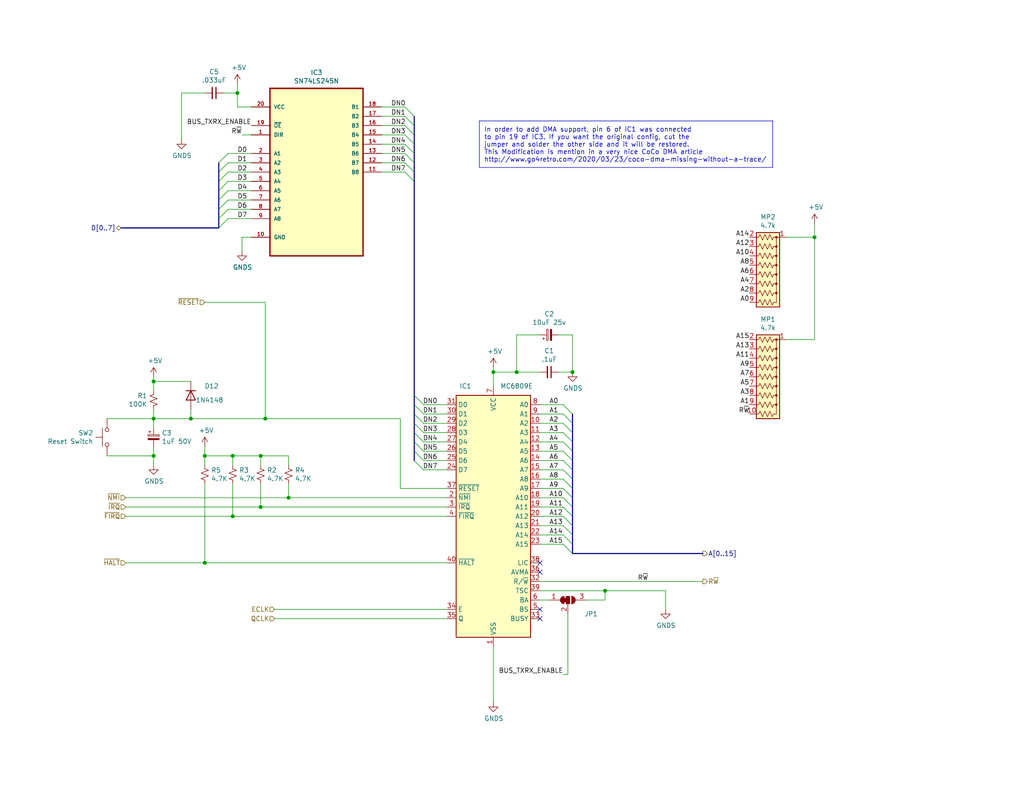
<source format=kicad_sch>
(kicad_sch (version 20230121) (generator eeschema)
  (paper "A")
  (title_block (title "TRS-80 Color Computer 3 (26-3334)") (date "2023-11-04") (rev "1.0.2") (company "Tandy Corporation") (comment 2 "& Color Computer 3 Revised Schematic (Ty Sopko).pdf") (comment 3 "Based on  Color Computer 3 Service Manual (Tandy).pdf") (comment 4 "Kicad schematic capture by Rocky Hill"))
  (lib_symbols
    (symbol "CPU_NXP_6800:MC6809E"
      (property "Reference" "U" (at -7.62 34.544 0))
      (property "Value" "MC6809E" (at 10.16 34.544 0))
      (symbol "MC6809E_0_1"
        (rectangle (start -10.16 -33.02) (end 10.16 33.02) (stroke (width 0.254)) (fill (type background)))
      )
      (symbol "MC6809E_1_1"
        (pin power_in line (at 0 -35.56 90) (length 2.54) (name "VSS") (number "1"))
        (pin output line (at 12.7 25.4 180) (length 2.54) (name "A2") (number "10"))
        (pin output line (at 12.7 22.86 180) (length 2.54) (name "A3") (number "11"))
        (pin output line (at 12.7 20.32 180) (length 2.54) (name "A4") (number "12"))
        (pin output line (at 12.7 17.78 180) (length 2.54) (name "A5") (number "13"))
        (pin output line (at 12.7 15.24 180) (length 2.54) (name "A6") (number "14"))
        (pin output line (at 12.7 12.7 180) (length 2.54) (name "A7") (number "15"))
        (pin output line (at 12.7 10.16 180) (length 2.54) (name "A8") (number "16"))
        (pin output line (at 12.7 7.62 180) (length 2.54) (name "A9") (number "17"))
        (pin output line (at 12.7 5.08 180) (length 2.54) (name "A10") (number "18"))
        (pin output line (at 12.7 2.54 180) (length 2.54) (name "A11") (number "19"))
        (pin input line (at -12.7 5.08 0) (length 2.54) (name "~{NMI}") (number "2"))
        (pin output line (at 12.7 0 180) (length 2.54) (name "A12") (number "20"))
        (pin output line (at 12.7 -2.54 180) (length 2.54) (name "A13") (number "21"))
        (pin output line (at 12.7 -5.08 180) (length 2.54) (name "A14") (number "22"))
        (pin output line (at 12.7 -7.62 180) (length 2.54) (name "A15") (number "23"))
        (pin bidirectional line (at -12.7 12.7 0) (length 2.54) (name "D7") (number "24"))
        (pin bidirectional line (at -12.7 15.24 0) (length 2.54) (name "D6") (number "25"))
        (pin bidirectional line (at -12.7 17.78 0) (length 2.54) (name "D5") (number "26"))
        (pin bidirectional line (at -12.7 20.32 0) (length 2.54) (name "D4") (number "27"))
        (pin bidirectional line (at -12.7 22.86 0) (length 2.54) (name "D3") (number "28"))
        (pin bidirectional line (at -12.7 25.4 0) (length 2.54) (name "D2") (number "29"))
        (pin input line (at -12.7 2.54 0) (length 2.54) (name "~{IRQ}") (number "3"))
        (pin bidirectional line (at -12.7 27.94 0) (length 2.54) (name "D1") (number "30"))
        (pin bidirectional line (at -12.7 30.48 0) (length 2.54) (name "D0") (number "31"))
        (pin output line (at 12.7 -17.78 180) (length 2.54) (name "R/~{W}") (number "32"))
        (pin output line (at 12.7 -27.94 180) (length 2.54) (name "BUSY") (number "33"))
        (pin input line (at -12.7 -25.4 0) (length 2.54) (name "E") (number "34"))
        (pin input line (at -12.7 -27.94 0) (length 2.54) (name "Q") (number "35"))
        (pin output line (at 12.7 -15.24 180) (length 2.54) (name "AVMA") (number "36"))
        (pin input line (at -12.7 7.62 0) (length 2.54) (name "~{RESET}") (number "37"))
        (pin output line (at 12.7 -12.7 180) (length 2.54) (name "LIC") (number "38"))
        (pin output line (at 12.7 -20.32 180) (length 2.54) (name "TSC") (number "39"))
        (pin input line (at -12.7 0 0) (length 2.54) (name "~{FIRQ}") (number "4"))
        (pin input line (at -12.7 -12.7 0) (length 2.54) (name "~{HALT}") (number "40"))
        (pin output line (at 12.7 -25.4 180) (length 2.54) (name "BS") (number "5"))
        (pin output line (at 12.7 -22.86 180) (length 2.54) (name "BA") (number "6"))
        (pin power_in line (at 0 35.56 270) (length 2.54) (name "VCC") (number "7"))
        (pin output line (at 12.7 30.48 180) (length 2.54) (name "A0") (number "8"))
        (pin output line (at 12.7 27.94 180) (length 2.54) (name "A1") (number "9"))
      )
    )
    (symbol "Device:C_Small" (pin_numbers hide) (pin_names (offset 0.254) hide)
      (property "Reference" "C" (at 0.254 1.778 0))
      (property "Value" "C_Small" (at 0.254 -2.032 0))
      (symbol "C_Small_0_1"
        (polyline (pts (xy -1.524 -0.508) (xy 1.524 -0.508)) (stroke (width 0.3302)))
        (polyline (pts (xy -1.524 0.508) (xy 1.524 0.508)) (stroke (width 0.3048)))
      )
      (symbol "C_Small_1_1"
        (pin passive line (at 0 2.54 270) (length 2.032) (name "~") (number "1"))
        (pin passive line (at 0 -2.54 90) (length 2.032) (name "~") (number "2"))
      )
    )
    (symbol "Device:R_Network08_US" (pin_names (offset 0) hide)
      (property "Reference" "RN" (at -12.7 0 90))
      (property "Value" "R_Network08_US" (at 10.16 0 90))
      (symbol "R_Network08_US_0_1"
        (rectangle (start -11.43 -3.175) (end 8.89 3.175) (stroke (width 0.254)) (fill (type background)))
        (circle (center -10.16 2.286) (radius 0.254) (fill (type outline)))
        (circle (center -7.62 2.286) (radius 0.254) (fill (type outline)))
        (circle (center -5.08 2.286) (radius 0.254) (fill (type outline)))
        (circle (center -2.54 2.286) (radius 0.254) (fill (type outline)))
        (polyline (pts (xy -10.16 2.286) (xy 7.62 2.286)))
        (polyline (pts (xy -10.16 2.286) (xy -10.16 1.524) (xy -9.398 1.1684) (xy -10.922 0.508) (xy -9.398 -0.1524) (xy -10.922 -0.8382) (xy -9.398 -1.524) (xy -10.922 -2.1844) (xy -10.16 -2.54) (xy -10.16 -3.81)))
        (polyline (pts (xy -7.62 2.286) (xy -7.62 1.524) (xy -6.858 1.1684) (xy -8.382 0.508) (xy -6.858 -0.1524) (xy -8.382 -0.8382) (xy -6.858 -1.524) (xy -8.382 -2.1844) (xy -7.62 -2.54) (xy -7.62 -3.81)))
        (polyline (pts (xy -5.08 2.286) (xy -5.08 1.524) (xy -4.318 1.1684) (xy -5.842 0.508) (xy -4.318 -0.1524) (xy -5.842 -0.8382) (xy -4.318 -1.524) (xy -5.842 -2.1844) (xy -5.08 -2.54) (xy -5.08 -3.81)))
        (polyline (pts (xy -2.54 2.286) (xy -2.54 1.524) (xy -1.778 1.1684) (xy -3.302 0.508) (xy -1.778 -0.1524) (xy -3.302 -0.8382) (xy -1.778 -1.524) (xy -3.302 -2.1844) (xy -2.54 -2.54) (xy -2.54 -3.81)))
        (polyline (pts (xy 0 2.286) (xy 0 1.524) (xy 0.762 1.1684) (xy -0.762 0.508) (xy 0.762 -0.1524) (xy -0.762 -0.8382) (xy 0.762 -1.524) (xy -0.762 -2.1844) (xy 0 -2.54) (xy 0 -3.81)))
        (polyline (pts (xy 2.54 2.286) (xy 2.54 1.524) (xy 3.302 1.1684) (xy 1.778 0.508) (xy 3.302 -0.1524) (xy 1.778 -0.8382) (xy 3.302 -1.524) (xy 1.778 -2.1844) (xy 2.54 -2.54) (xy 2.54 -3.81)))
        (polyline (pts (xy 5.08 2.286) (xy 5.08 1.524) (xy 5.842 1.1684) (xy 4.318 0.508) (xy 5.842 -0.1524) (xy 4.318 -0.8382) (xy 5.842 -1.524) (xy 4.318 -2.1844) (xy 5.08 -2.54) (xy 5.08 -3.81)))
        (polyline (pts (xy 7.62 2.286) (xy 7.62 1.524) (xy 8.382 1.1684) (xy 6.858 0.508) (xy 8.382 -0.1524) (xy 6.858 -0.8382) (xy 8.382 -1.524) (xy 6.858 -2.1844) (xy 7.62 -2.54) (xy 7.62 -3.81)))
        (circle (center 0 2.286) (radius 0.254) (fill (type outline)))
        (circle (center 2.54 2.286) (radius 0.254) (fill (type outline)))
        (circle (center 5.08 2.286) (radius 0.254) (fill (type outline)))
      )
      (symbol "R_Network08_US_1_1"
        (pin passive line (at -10.16 5.08 270) (length 2.54) (name "common") (number "1"))
        (pin passive line (at -10.16 -5.08 90) (length 1.27) (name "R1") (number "2"))
        (pin passive line (at -7.62 -5.08 90) (length 1.27) (name "R2") (number "3"))
        (pin passive line (at -5.08 -5.08 90) (length 1.27) (name "R3") (number "4"))
        (pin passive line (at -2.54 -5.08 90) (length 1.27) (name "R4") (number "5"))
        (pin passive line (at 0 -5.08 90) (length 1.27) (name "R5") (number "6"))
        (pin passive line (at 2.54 -5.08 90) (length 1.27) (name "R6") (number "7"))
        (pin passive line (at 5.08 -5.08 90) (length 1.27) (name "R7") (number "8"))
        (pin passive line (at 7.62 -5.08 90) (length 1.27) (name "R8") (number "9"))
      )
    )
    (symbol "Device:R_Network09_US" (pin_names (offset 0) hide)
      (property "Reference" "RN" (at -12.7 0 90))
      (property "Value" "R_Network09_US" (at 12.7 0 90))
      (symbol "R_Network09_US_0_1"
        (rectangle (start -11.43 -3.175) (end 11.43 3.175) (stroke (width 0.254)) (fill (type background)))
        (circle (center -10.16 2.286) (radius 0.254) (fill (type outline)))
        (circle (center -7.62 2.286) (radius 0.254) (fill (type outline)))
        (circle (center -5.08 2.286) (radius 0.254) (fill (type outline)))
        (circle (center -2.54 2.286) (radius 0.254) (fill (type outline)))
        (polyline (pts (xy -10.16 2.286) (xy 10.16 2.286)))
        (polyline (pts (xy -10.16 2.286) (xy -10.16 1.524) (xy -9.398 1.1684) (xy -10.922 0.508) (xy -9.398 -0.1524) (xy -10.922 -0.8382) (xy -9.398 -1.524) (xy -10.922 -2.1844) (xy -10.16 -2.54) (xy -10.16 -3.81)))
        (polyline (pts (xy -7.62 2.286) (xy -7.62 1.524) (xy -6.858 1.1684) (xy -8.382 0.508) (xy -6.858 -0.1524) (xy -8.382 -0.8382) (xy -6.858 -1.524) (xy -8.382 -2.1844) (xy -7.62 -2.54) (xy -7.62 -3.81)))
        (polyline (pts (xy -5.08 2.286) (xy -5.08 1.524) (xy -4.318 1.1684) (xy -5.842 0.508) (xy -4.318 -0.1524) (xy -5.842 -0.8382) (xy -4.318 -1.524) (xy -5.842 -2.1844) (xy -5.08 -2.54) (xy -5.08 -3.81)))
        (polyline (pts (xy -2.54 2.286) (xy -2.54 1.524) (xy -1.778 1.1684) (xy -3.302 0.508) (xy -1.778 -0.1524) (xy -3.302 -0.8382) (xy -1.778 -1.524) (xy -3.302 -2.1844) (xy -2.54 -2.54) (xy -2.54 -3.81)))
        (polyline (pts (xy 0 2.286) (xy 0 1.524) (xy 0.762 1.1684) (xy -0.762 0.508) (xy 0.762 -0.1524) (xy -0.762 -0.8382) (xy 0.762 -1.524) (xy -0.762 -2.1844) (xy 0 -2.54) (xy 0 -3.81)))
        (polyline (pts (xy 2.54 2.286) (xy 2.54 1.524) (xy 3.302 1.1684) (xy 1.778 0.508) (xy 3.302 -0.1524) (xy 1.778 -0.8382) (xy 3.302 -1.524) (xy 1.778 -2.1844) (xy 2.54 -2.54) (xy 2.54 -3.81)))
        (polyline (pts (xy 5.08 2.286) (xy 5.08 1.524) (xy 5.842 1.1684) (xy 4.318 0.508) (xy 5.842 -0.1524) (xy 4.318 -0.8382) (xy 5.842 -1.524) (xy 4.318 -2.1844) (xy 5.08 -2.54) (xy 5.08 -3.81)))
        (polyline (pts (xy 7.62 2.286) (xy 7.62 1.524) (xy 8.382 1.1684) (xy 6.858 0.508) (xy 8.382 -0.1524) (xy 6.858 -0.8382) (xy 8.382 -1.524) (xy 6.858 -2.1844) (xy 7.62 -2.54) (xy 7.62 -3.81)))
        (polyline (pts (xy 10.16 2.286) (xy 10.16 1.524) (xy 10.922 1.1684) (xy 9.398 0.508) (xy 10.922 -0.1524) (xy 9.398 -0.8382) (xy 10.922 -1.524) (xy 9.398 -2.1844) (xy 10.16 -2.54) (xy 10.16 -3.81)))
        (circle (center 0 2.286) (radius 0.254) (fill (type outline)))
        (circle (center 2.54 2.286) (radius 0.254) (fill (type outline)))
        (circle (center 5.08 2.286) (radius 0.254) (fill (type outline)))
        (circle (center 7.62 2.286) (radius 0.254) (fill (type outline)))
      )
      (symbol "R_Network09_US_1_1"
        (pin passive line (at -10.16 5.08 270) (length 2.54) (name "common") (number "1"))
        (pin passive line (at 10.16 -5.08 90) (length 1.27) (name "R9") (number "10"))
        (pin passive line (at -10.16 -5.08 90) (length 1.27) (name "R1") (number "2"))
        (pin passive line (at -7.62 -5.08 90) (length 1.27) (name "R2") (number "3"))
        (pin passive line (at -5.08 -5.08 90) (length 1.27) (name "R3") (number "4"))
        (pin passive line (at -2.54 -5.08 90) (length 1.27) (name "R4") (number "5"))
        (pin passive line (at 0 -5.08 90) (length 1.27) (name "R5") (number "6"))
        (pin passive line (at 2.54 -5.08 90) (length 1.27) (name "R6") (number "7"))
        (pin passive line (at 5.08 -5.08 90) (length 1.27) (name "R7") (number "8"))
        (pin passive line (at 7.62 -5.08 90) (length 1.27) (name "R8") (number "9"))
      )
    )
    (symbol "Device:R_Small_US" (pin_numbers hide) (pin_names (offset 0.254) hide)
      (property "Reference" "R" (at 0.762 0.508 0))
      (property "Value" "R_Small_US" (at 0.762 -1.016 0))
      (symbol "R_Small_US_1_1"
        (polyline (pts (xy 0 0) (xy 1.016 -0.381) (xy 0 -0.762) (xy -1.016 -1.143) (xy 0 -1.524)))
        (polyline (pts (xy 0 1.524) (xy 1.016 1.143) (xy 0 0.762) (xy -1.016 0.381) (xy 0 0)))
        (pin passive line (at 0 2.54 270) (length 1.016) (name "~") (number "1"))
        (pin passive line (at 0 -2.54 90) (length 1.016) (name "~") (number "2"))
      )
    )
    (symbol "Diode:1N4148" (pin_numbers hide) (pin_names hide)
      (property "Reference" "D" (at 0 2.54 0))
      (property "Value" "1N4148" (at 0 -2.54 0))
      (symbol "1N4148_0_1"
        (polyline (pts (xy -1.27 1.27) (xy -1.27 -1.27)) (stroke (width 0.254)))
        (polyline (pts (xy 1.27 0) (xy -1.27 0)))
        (polyline (pts (xy 1.27 1.27) (xy 1.27 -1.27) (xy -1.27 0) (xy 1.27 1.27)) (stroke (width 0.254)))
      )
      (symbol "1N4148_1_1"
        (pin passive line (at -3.81 0 0) (length 2.54) (name "K") (number "1"))
        (pin passive line (at 3.81 0 180) (length 2.54) (name "A") (number "2"))
      )
    )
    (symbol "Switch:SW_Push" (pin_numbers hide) (pin_names (offset 1.016) hide)
      (property "Reference" "SW" (at 1.27 2.54 0))
      (property "Value" "SW_Push" (at 0 -1.524 0))
      (symbol "SW_Push_0_1"
        (circle (center -2.032 0) (radius 0.508))
        (polyline (pts (xy 0 1.27) (xy 0 3.048)))
        (polyline (pts (xy 2.54 1.27) (xy -2.54 1.27)))
        (circle (center 2.032 0) (radius 0.508))
        (pin passive line (at -5.08 0 0) (length 2.54) (name "1") (number "1"))
        (pin passive line (at 5.08 0 180) (length 2.54) (name "2") (number "2"))
      )
    )
    (symbol "coco2:SN74LS245N" (pin_names (offset 1.016))
      (property "Reference" "U" (at -7.62 21.59 0))
      (property "Value" "SN74LS245N" (at 5.08 21.59 0))
      (symbol "SN74LS245N_0_0"
        (rectangle (start -12.7 -25.4) (end 12.7 20.32) (stroke (width 0.4064)) (fill (type background)))
        (pin input line (at -17.78 7.62 0) (length 5.08) (name "DIR") (number "1"))
        (pin passive line (at -17.78 -20.32 0) (length 5.08) (name "GND") (number "10"))
        (pin bidirectional line (at 17.78 -2.54 180) (length 5.08) (name "B8") (number "11"))
        (pin bidirectional line (at 17.78 0 180) (length 5.08) (name "B7") (number "12"))
        (pin bidirectional line (at 17.78 2.54 180) (length 5.08) (name "B6") (number "13"))
        (pin bidirectional line (at 17.78 5.08 180) (length 5.08) (name "B5") (number "14"))
        (pin bidirectional line (at 17.78 7.62 180) (length 5.08) (name "B4") (number "15"))
        (pin bidirectional line (at 17.78 10.16 180) (length 5.08) (name "B3") (number "16"))
        (pin bidirectional line (at 17.78 12.7 180) (length 5.08) (name "B2") (number "17"))
        (pin bidirectional line (at 17.78 15.24 180) (length 5.08) (name "B1") (number "18"))
        (pin input line (at -17.78 10.16 0) (length 5.08) (name "~{OE}") (number "19"))
        (pin bidirectional line (at -17.78 2.54 0) (length 5.08) (name "A1") (number "2"))
        (pin power_in line (at -17.78 15.24 0) (length 5.08) (name "VCC") (number "20"))
        (pin bidirectional line (at -17.78 0 0) (length 5.08) (name "A2") (number "3"))
        (pin bidirectional line (at -17.78 -2.54 0) (length 5.08) (name "A3") (number "4"))
        (pin bidirectional line (at -17.78 -5.08 0) (length 5.08) (name "A4") (number "5"))
        (pin bidirectional line (at -17.78 -7.62 0) (length 5.08) (name "A5") (number "6"))
        (pin bidirectional line (at -17.78 -10.16 0) (length 5.08) (name "A6") (number "7"))
        (pin bidirectional line (at -17.78 -12.7 0) (length 5.08) (name "A7") (number "8"))
        (pin bidirectional line (at -17.78 -15.24 0) (length 5.08) (name "A8") (number "9"))
      )
    )
    (symbol "coco3-rescue:CP_Small-Device" (pin_numbers hide) (pin_names (offset 0.254) hide)
      (property "Reference" "C" (at 0.254 1.778 0))
      (property "Value" "Device_CP_Small" (at 0.254 -2.032 0))
      (symbol "CP_Small-Device_0_1"
        (rectangle (start -1.524 -0.3048) (end 1.524 -0.6858) (fill (type outline)))
        (rectangle (start -1.524 0.6858) (end 1.524 0.3048))
        (polyline (pts (xy -1.27 1.524) (xy -0.762 1.524)))
        (polyline (pts (xy -1.016 1.27) (xy -1.016 1.778)))
      )
      (symbol "CP_Small-Device_1_1"
        (pin passive line (at 0 2.54 270) (length 1.8542) (name "~") (number "1"))
        (pin passive line (at 0 -2.54 90) (length 1.8542) (name "~") (number "2"))
      )
    )
    (symbol "coco3-rescue:SolderJumper_3_Bridged12-Jumper" (pin_names (offset 0) hide)
      (property "Reference" "JP" (at -2.54 -2.54 0))
      (property "Value" "Jumper_SolderJumper_3_Bridged12" (at 0 2.794 0))
      (symbol "SolderJumper_3_Bridged12-Jumper_0_1"
        (rectangle (start -1.016 0.508) (end -0.508 -0.508) (fill (type outline)))
        (arc (start -1.016 1.016) (mid -2.0276 0) (end -1.016 -1.016))
        (arc (start -1.016 1.016) (mid -2.0276 0) (end -1.016 -1.016) (fill (type outline)))
        (rectangle (start -0.508 1.016) (end 0.508 -1.016) (fill (type outline)))
        (polyline (pts (xy -2.54 0) (xy -2.032 0)))
        (polyline (pts (xy -1.016 1.016) (xy -1.016 -1.016)))
        (polyline (pts (xy 0 -1.27) (xy 0 -1.016)))
        (polyline (pts (xy 1.016 1.016) (xy 1.016 -1.016)))
        (polyline (pts (xy 2.54 0) (xy 2.032 0)))
        (arc (start 1.016 -1.016) (mid 2.0276 0) (end 1.016 1.016))
        (arc (start 1.016 -1.016) (mid 2.0276 0) (end 1.016 1.016) (fill (type outline)))
      )
      (symbol "SolderJumper_3_Bridged12-Jumper_1_1"
        (pin passive line (at -5.08 0 0) (length 2.54) (name "A") (number "1"))
        (pin input line (at 0 -3.81 90) (length 2.54) (name "C") (number "2"))
        (pin passive line (at 5.08 0 180) (length 2.54) (name "B") (number "3"))
      )
    )
    (symbol "power:+5V" (power) (pin_names (offset 0))
      (property "Value" "+5V" (at 0 3.556 0))
      (symbol "+5V_0_1"
        (polyline (pts (xy -0.762 1.27) (xy 0 2.54)))
        (polyline (pts (xy 0 0) (xy 0 2.54)))
        (polyline (pts (xy 0 2.54) (xy 0.762 1.27)))
      )
      (symbol "+5V_1_1"
        (pin power_in line (at 0 0 90) (length 0) hide (name "+5V") (number "1"))
      )
    )
    (symbol "power:GNDS" (power) (pin_names (offset 0))
      (property "Value" "GNDS" (at 0 -3.81 0))
      (symbol "GNDS_0_1"
        (polyline (pts (xy 0 0) (xy 0 -1.27) (xy 1.27 -1.27) (xy 0 -2.54) (xy -1.27 -1.27) (xy 0 -1.27)))
      )
      (symbol "GNDS_1_1"
        (pin power_in line (at 0 0 270) (length 0) hide (name "GNDS") (number "1"))
      )
    )
  )
  (junction (at 41.91 114.3))
  (junction (at 165.1 161.29))
  (junction (at 72.39 114.3))
  (junction (at 55.88 124.46))
  (junction (at 156.21 101.6))
  (junction (at 134.62 101.6))
  (junction (at 78.74 135.89))
  (junction (at 64.77 25.4))
  (junction (at 41.91 104.14))
  (junction (at 71.12 138.43))
  (junction (at 55.88 153.67))
  (junction (at 63.5 140.97))
  (junction (at 140.97 101.6))
  (junction (at 71.12 124.46))
  (junction (at 63.5 124.46))
  (junction (at 52.07 114.3))
  (junction (at 222.25 64.77))
  (junction (at 41.91 124.46))
  (no_connect (at 147.32 156.21))
  (no_connect (at 147.32 153.67))
  (no_connect (at 147.32 166.37))
  (no_connect (at 147.32 168.91))
  (bus_entry (at 115.57 113.03) (size -2.54 -2.54))
  (bus_entry (at 62.23 52.07) (size -2.54 2.54))
  (bus_entry (at 153.67 146.05) (size 2.54 2.54))
  (bus_entry (at 113.03 31.75) (size -2.54 -2.54))
  (bus_entry (at 153.67 110.49) (size 2.54 2.54))
  (bus_entry (at 153.67 138.43) (size 2.54 2.54))
  (bus_entry (at 113.03 49.53) (size -2.54 -2.54))
  (bus_entry (at 115.57 125.73) (size -2.54 -2.54))
  (bus_entry (at 153.67 130.81) (size 2.54 2.54))
  (bus_entry (at 113.03 46.99) (size -2.54 -2.54))
  (bus_entry (at 115.57 110.49) (size -2.54 -2.54))
  (bus_entry (at 113.03 44.45) (size -2.54 -2.54))
  (bus_entry (at 153.67 148.59) (size 2.54 2.54))
  (bus_entry (at 113.03 41.91) (size -2.54 -2.54))
  (bus_entry (at 115.57 115.57) (size -2.54 -2.54))
  (bus_entry (at 153.67 123.19) (size 2.54 2.54))
  (bus_entry (at 62.23 49.53) (size -2.54 2.54))
  (bus_entry (at 153.67 133.35) (size 2.54 2.54))
  (bus_entry (at 153.67 135.89) (size 2.54 2.54))
  (bus_entry (at 153.67 140.97) (size 2.54 2.54))
  (bus_entry (at 62.23 46.99) (size -2.54 2.54))
  (bus_entry (at 113.03 36.83) (size -2.54 -2.54))
  (bus_entry (at 113.03 39.37) (size -2.54 -2.54))
  (bus_entry (at 115.57 120.65) (size -2.54 -2.54))
  (bus_entry (at 62.23 54.61) (size -2.54 2.54))
  (bus_entry (at 115.57 123.19) (size -2.54 -2.54))
  (bus_entry (at 153.67 113.03) (size 2.54 2.54))
  (bus_entry (at 115.57 128.27) (size -2.54 -2.54))
  (bus_entry (at 153.67 118.11) (size 2.54 2.54))
  (bus_entry (at 153.67 128.27) (size 2.54 2.54))
  (bus_entry (at 153.67 125.73) (size 2.54 2.54))
  (bus_entry (at 153.67 143.51) (size 2.54 2.54))
  (bus_entry (at 62.23 41.91) (size -2.54 2.54))
  (bus_entry (at 113.03 34.29) (size -2.54 -2.54))
  (bus_entry (at 153.67 115.57) (size 2.54 2.54))
  (bus_entry (at 62.23 57.15) (size -2.54 2.54))
  (bus_entry (at 62.23 44.45) (size -2.54 2.54))
  (bus_entry (at 153.67 120.65) (size 2.54 2.54))
  (bus_entry (at 62.23 59.69) (size -2.54 2.54))
  (bus_entry (at 115.57 118.11) (size -2.54 -2.54))
  (wire (pts (xy 121.92 125.73) (xy 115.57 125.73)))
  (wire (pts (xy 55.88 153.67) (xy 55.88 132.08)))
  (wire (pts (xy 78.74 135.89) (xy 78.74 132.08)))
  (wire (pts (xy 147.32 161.29) (xy 165.1 161.29)))
  (wire (pts (xy 68.58 54.61) (xy 62.23 54.61)))
  (bus (pts (xy 156.21 128.27) (xy 156.21 130.81)))
  (wire (pts (xy 68.58 49.53) (xy 62.23 49.53)))
  (wire (pts (xy 153.67 143.51) (xy 147.32 143.51)))
  (wire (pts (xy 78.74 124.46) (xy 78.74 127)))
  (wire (pts (xy 104.14 29.21) (xy 110.49 29.21)))
  (bus (pts (xy 59.69 52.07) (xy 59.69 54.61)))
  (bus (pts (xy 113.03 39.37) (xy 113.03 41.91)))
  (wire (pts (xy 134.62 100.33) (xy 134.62 101.6)))
  (wire (pts (xy 64.77 29.21) (xy 68.58 29.21)))
  (wire (pts (xy 147.32 140.97) (xy 153.67 140.97)))
  (wire (pts (xy 64.77 22.86) (xy 64.77 25.4)))
  (bus (pts (xy 59.69 44.45) (xy 59.69 46.99)))
  (wire (pts (xy 121.92 120.65) (xy 115.57 120.65)))
  (wire (pts (xy 55.88 124.46) (xy 55.88 127)))
  (wire (pts (xy 109.22 133.35) (xy 109.22 114.3)))
  (wire (pts (xy 52.07 104.14) (xy 41.91 104.14)))
  (wire (pts (xy 153.67 133.35) (xy 147.32 133.35)))
  (wire (pts (xy 71.12 124.46) (xy 78.74 124.46)))
  (wire (pts (xy 52.07 114.3) (xy 72.39 114.3)))
  (wire (pts (xy 52.07 114.3) (xy 41.91 114.3)))
  (polyline (pts (xy 130.81 45.72) (xy 130.81 33.02)))
  (bus (pts (xy 156.21 140.97) (xy 156.21 143.51)))
  (bus (pts (xy 156.21 135.89) (xy 156.21 138.43)))
  (wire (pts (xy 140.97 101.6) (xy 134.62 101.6)))
  (wire (pts (xy 147.32 110.49) (xy 153.67 110.49)))
  (wire (pts (xy 121.92 133.35) (xy 109.22 133.35)))
  (wire (pts (xy 62.23 52.07) (xy 68.58 52.07)))
  (wire (pts (xy 72.39 82.55) (xy 72.39 114.3)))
  (wire (pts (xy 121.92 135.89) (xy 78.74 135.89)))
  (wire (pts (xy 156.21 91.44) (xy 156.21 101.6)))
  (wire (pts (xy 147.32 163.83) (xy 149.86 163.83)))
  (wire (pts (xy 147.32 120.65) (xy 153.67 120.65)))
  (bus (pts (xy 59.69 59.69) (xy 59.69 62.23)))
  (wire (pts (xy 68.58 59.69) (xy 62.23 59.69)))
  (wire (pts (xy 147.32 135.89) (xy 153.67 135.89)))
  (wire (pts (xy 68.58 36.83) (xy 66.04 36.83)))
  (bus (pts (xy 113.03 34.29) (xy 113.03 36.83)))
  (wire (pts (xy 49.53 25.4) (xy 49.53 38.1)))
  (wire (pts (xy 55.88 121.92) (xy 55.88 124.46)))
  (wire (pts (xy 62.23 57.15) (xy 68.58 57.15)))
  (bus (pts (xy 113.03 41.91) (xy 113.03 44.45)))
  (wire (pts (xy 110.49 36.83) (xy 104.14 36.83)))
  (bus (pts (xy 156.21 146.05) (xy 156.21 148.59)))
  (polyline (pts (xy 210.82 33.02) (xy 210.82 45.72)))
  (wire (pts (xy 147.32 115.57) (xy 153.67 115.57)))
  (bus (pts (xy 113.03 115.57) (xy 113.03 118.11)))
  (bus (pts (xy 113.03 49.53) (xy 113.03 107.95)))
  (wire (pts (xy 134.62 101.6) (xy 134.62 105.41)))
  (bus (pts (xy 113.03 46.99) (xy 113.03 49.53)))
  (wire (pts (xy 71.12 124.46) (xy 71.12 127)))
  (bus (pts (xy 156.21 120.65) (xy 156.21 123.19)))
  (wire (pts (xy 55.88 124.46) (xy 63.5 124.46)))
  (wire (pts (xy 110.49 46.99) (xy 104.14 46.99)))
  (wire (pts (xy 110.49 41.91) (xy 104.14 41.91)))
  (wire (pts (xy 41.91 111.76) (xy 41.91 114.3)))
  (bus (pts (xy 59.69 54.61) (xy 59.69 57.15)))
  (wire (pts (xy 222.25 64.77) (xy 214.63 64.77)))
  (wire (pts (xy 109.22 114.3) (xy 72.39 114.3)))
  (wire (pts (xy 153.67 118.11) (xy 147.32 118.11)))
  (bus (pts (xy 156.21 115.57) (xy 156.21 118.11)))
  (wire (pts (xy 41.91 124.46) (xy 41.91 127)))
  (bus (pts (xy 156.21 133.35) (xy 156.21 135.89)))
  (wire (pts (xy 156.21 101.6) (xy 152.4 101.6)))
  (wire (pts (xy 165.1 161.29) (xy 181.61 161.29)))
  (wire (pts (xy 62.23 46.99) (xy 68.58 46.99)))
  (wire (pts (xy 222.25 64.77) (xy 222.25 92.71)))
  (bus (pts (xy 113.03 120.65) (xy 113.03 123.19)))
  (wire (pts (xy 52.07 111.76) (xy 52.07 114.3)))
  (wire (pts (xy 222.25 60.96) (xy 222.25 64.77)))
  (wire (pts (xy 121.92 153.67) (xy 55.88 153.67)))
  (wire (pts (xy 63.5 124.46) (xy 63.5 127)))
  (wire (pts (xy 104.14 34.29) (xy 110.49 34.29)))
  (wire (pts (xy 63.5 140.97) (xy 34.29 140.97)))
  (wire (pts (xy 60.96 25.4) (xy 64.77 25.4)))
  (bus (pts (xy 156.21 130.81) (xy 156.21 133.35)))
  (wire (pts (xy 214.63 92.71) (xy 222.25 92.71)))
  (wire (pts (xy 41.91 121.92) (xy 41.91 124.46)))
  (bus (pts (xy 59.69 49.53) (xy 59.69 52.07)))
  (bus (pts (xy 156.21 118.11) (xy 156.21 120.65)))
  (wire (pts (xy 152.4 91.44) (xy 156.21 91.44)))
  (polyline (pts (xy 210.82 45.72) (xy 130.81 45.72)))
  (wire (pts (xy 72.39 82.55) (xy 55.88 82.55)))
  (wire (pts (xy 147.32 101.6) (xy 140.97 101.6)))
  (bus (pts (xy 113.03 113.03) (xy 113.03 115.57)))
  (wire (pts (xy 66.04 64.77) (xy 66.04 68.58)))
  (bus (pts (xy 156.21 148.59) (xy 156.21 151.13)))
  (bus (pts (xy 113.03 36.83) (xy 113.03 39.37)))
  (wire (pts (xy 115.57 128.27) (xy 121.92 128.27)))
  (wire (pts (xy 41.91 114.3) (xy 41.91 116.84)))
  (bus (pts (xy 113.03 110.49) (xy 113.03 113.03)))
  (wire (pts (xy 55.88 25.4) (xy 49.53 25.4)))
  (bus (pts (xy 59.69 57.15) (xy 59.69 59.69)))
  (wire (pts (xy 104.14 44.45) (xy 110.49 44.45)))
  (wire (pts (xy 63.5 140.97) (xy 121.92 140.97)))
  (bus (pts (xy 113.03 31.75) (xy 113.03 34.29)))
  (wire (pts (xy 78.74 135.89) (xy 34.29 135.89)))
  (wire (pts (xy 181.61 161.29) (xy 181.61 166.37)))
  (wire (pts (xy 153.67 184.15) (xy 154.94 184.15)))
  (bus (pts (xy 113.03 118.11) (xy 113.03 120.65)))
  (wire (pts (xy 74.93 168.91) (xy 121.92 168.91)))
  (bus (pts (xy 156.21 143.51) (xy 156.21 146.05)))
  (wire (pts (xy 71.12 138.43) (xy 34.29 138.43)))
  (wire (pts (xy 74.93 166.37) (xy 121.92 166.37)))
  (wire (pts (xy 63.5 124.46) (xy 71.12 124.46)))
  (bus (pts (xy 156.21 151.13) (xy 191.77 151.13)))
  (wire (pts (xy 154.94 167.64) (xy 154.94 184.15)))
  (wire (pts (xy 104.14 39.37) (xy 110.49 39.37)))
  (wire (pts (xy 41.91 102.87) (xy 41.91 104.14)))
  (wire (pts (xy 64.77 25.4) (xy 64.77 29.21)))
  (bus (pts (xy 156.21 123.19) (xy 156.21 125.73)))
  (wire (pts (xy 68.58 44.45) (xy 62.23 44.45)))
  (wire (pts (xy 29.21 124.46) (xy 41.91 124.46)))
  (bus (pts (xy 113.03 107.95) (xy 113.03 110.49)))
  (wire (pts (xy 153.67 138.43) (xy 147.32 138.43)))
  (wire (pts (xy 121.92 138.43) (xy 71.12 138.43)))
  (bus (pts (xy 59.69 46.99) (xy 59.69 49.53)))
  (wire (pts (xy 153.67 123.19) (xy 147.32 123.19)))
  (wire (pts (xy 153.67 113.03) (xy 147.32 113.03)))
  (wire (pts (xy 153.67 128.27) (xy 147.32 128.27)))
  (wire (pts (xy 147.32 130.81) (xy 153.67 130.81)))
  (wire (pts (xy 68.58 64.77) (xy 66.04 64.77)))
  (bus (pts (xy 156.21 113.03) (xy 156.21 115.57)))
  (wire (pts (xy 147.32 91.44) (xy 140.97 91.44)))
  (wire (pts (xy 71.12 138.43) (xy 71.12 132.08)))
  (wire (pts (xy 121.92 115.57) (xy 115.57 115.57)))
  (wire (pts (xy 134.62 176.53) (xy 134.62 191.77)))
  (wire (pts (xy 110.49 31.75) (xy 104.14 31.75)))
  (bus (pts (xy 113.03 123.19) (xy 113.03 125.73)))
  (wire (pts (xy 121.92 110.49) (xy 115.57 110.49)))
  (wire (pts (xy 29.21 114.3) (xy 41.91 114.3)))
  (bus (pts (xy 113.03 44.45) (xy 113.03 46.99)))
  (wire (pts (xy 147.32 146.05) (xy 153.67 146.05)))
  (wire (pts (xy 41.91 104.14) (xy 41.91 106.68)))
  (wire (pts (xy 115.57 113.03) (xy 121.92 113.03)))
  (wire (pts (xy 160.02 163.83) (xy 165.1 163.83)))
  (wire (pts (xy 63.5 140.97) (xy 63.5 132.08)))
  (bus (pts (xy 156.21 125.73) (xy 156.21 128.27)))
  (wire (pts (xy 165.1 163.83) (xy 165.1 161.29)))
  (wire (pts (xy 147.32 125.73) (xy 153.67 125.73)))
  (wire (pts (xy 34.29 153.67) (xy 55.88 153.67)))
  (bus (pts (xy 156.21 138.43) (xy 156.21 140.97)))
  (wire (pts (xy 140.97 91.44) (xy 140.97 101.6)))
  (wire (pts (xy 153.67 148.59) (xy 147.32 148.59)))
  (wire (pts (xy 115.57 118.11) (xy 121.92 118.11)))
  (wire (pts (xy 62.23 41.91) (xy 68.58 41.91)))
  (polyline (pts (xy 130.81 33.02) (xy 210.82 33.02)))
  (bus (pts (xy 59.69 62.23) (xy 33.02 62.23)))
  (wire (pts (xy 115.57 123.19) (xy 121.92 123.19)))
  (wire (pts (xy 147.32 158.75) (xy 191.77 158.75)))
  (text "In order to add DMA support, pin 6 of IC1 was connected\nto pin 19 of IC3. If you want the original config, cut the \njumper and solder the other side and it will be restored.\nThis Modification is mention in a very nice CoCo DMA article\nhttp://www.go4retro.com/2020/03/23/coco-dma-missing-without-a-trace/" (at 132.08 44.45 0) (effects (font (size 1.27 1.27)) (justify left bottom)))
  (label "A9" (at 149.86 133.35 0))
  (label "A5" (at 204.47 105.41 180))
  (label "A5" (at 149.86 123.19 0))
  (label "A1" (at 149.86 113.03 0))
  (label "R~{W}" (at 173.99 158.75 0))
  (label "A4" (at 204.47 77.47 180))
  (label "A7" (at 149.86 128.27 0))
  (label "D0" (at 64.77 41.91 0))
  (label "D3" (at 64.77 49.53 0))
  (label "A3" (at 204.47 107.95 180))
  (label "R~{W}" (at 204.47 113.03 180))
  (label "DN0" (at 106.68 29.21 0))
  (label "A8" (at 149.86 130.81 0))
  (label "A11" (at 204.47 97.79 180))
  (label "A14" (at 149.86 146.05 0))
  (label "DN7" (at 106.68 46.99 0))
  (label "DN5" (at 119.38 123.19 180))
  (label "A8" (at 204.47 72.39 180))
  (label "A11" (at 149.86 138.43 0))
  (label "DN4" (at 119.38 120.65 180))
  (label "A10" (at 149.86 135.89 0))
  (label "A9" (at 204.47 100.33 180))
  (label "DN6" (at 119.38 125.73 180))
  (label "D7" (at 64.77 59.69 0))
  (label "D4" (at 64.77 52.07 0))
  (label "DN3" (at 106.68 36.83 0))
  (label "DN0" (at 119.38 110.49 180))
  (label "D2" (at 64.77 46.99 0))
  (label "A12" (at 204.47 67.31 180))
  (label "D1" (at 64.77 44.45 0))
  (label "A6" (at 204.47 74.93 180))
  (label "A10" (at 204.47 69.85 180))
  (label "A7" (at 204.47 102.87 180))
  (label "A15" (at 204.47 92.71 180))
  (label "A3" (at 149.86 118.11 0))
  (label "A2" (at 204.47 80.01 180))
  (label "A13" (at 204.47 95.25 180))
  (label "A14" (at 204.47 64.77 180))
  (label "DN4" (at 106.68 39.37 0))
  (label "D6" (at 64.77 57.15 0))
  (label "A1" (at 204.47 110.49 180))
  (label "A2" (at 149.86 115.57 0))
  (label "A0" (at 149.86 110.49 0))
  (label "A6" (at 149.86 125.73 0))
  (label "DN2" (at 119.38 115.57 180))
  (label "A13" (at 149.86 143.51 0))
  (label "DN7" (at 119.38 128.27 180))
  (label "A15" (at 149.86 148.59 0))
  (label "A4" (at 149.86 120.65 0))
  (label "BUS_TXRX_ENABLE" (at 153.67 184.15 180))
  (label "R~{W}" (at 66.04 36.83 180))
  (label "A12" (at 149.86 140.97 0))
  (label "A0" (at 204.47 82.55 180))
  (label "DN6" (at 106.68 44.45 0))
  (label "DN5" (at 106.68 41.91 0))
  (label "D5" (at 64.77 54.61 0))
  (label "DN2" (at 106.68 34.29 0))
  (label "BUS_TXRX_ENABLE" (at 68.58 34.29 180))
  (label "DN3" (at 119.38 118.11 180))
  (label "DN1" (at 119.38 113.03 180))
  (label "DN1" (at 106.68 31.75 0))
  (hierarchical_label "R~{W}" (shape output) (at 191.77 158.75 0))
  (hierarchical_label "~{IRQ}" (shape input) (at 34.29 138.43 180))
  (hierarchical_label "~{NMI}" (shape input) (at 34.29 135.89 180))
  (hierarchical_label "A[0..15]" (shape output) (at 191.77 151.13 0))
  (hierarchical_label "ECLK" (shape input) (at 74.93 166.37 180))
  (hierarchical_label "~{HALT}" (shape input) (at 34.29 153.67 180))
  (hierarchical_label "~{FIRQ}" (shape input) (at 34.29 140.97 180))
  (hierarchical_label "QCLK" (shape input) (at 74.93 168.91 180))
  (hierarchical_label "~{RESET}" (shape input) (at 55.88 82.55 180))
  (hierarchical_label "D[0..7]" (shape bidirectional) (at 33.02 62.23 180))
  (symbol (lib_id "CPU_NXP_6800:MC6809E") (at 134.62 140.97 0) (unit 1)
    (property "Reference" "IC1" (at 127 105.41 0))
    (property "Value" "MC6809E" (at 140.97 105.41 0))
    (property "Footprint" "Package_DIP:DIP-40_W15.24mm_Socket" (effects hide))
    (property "Datasheet" "http://www.on-shore.com/wp-content/uploads/2015/09/ipg2.pdf" (effects hide))
    (property "Datasheet" "http://www.on-shore.com/wp-content/uploads/2015/09/ipg2.pdf" (effects hide))
    (property "Vendor" "digikey" (effects hide))
    (property "Vendor part#" "ED3048-5-ND" (effects hide))
    (property "Manufacturer part#" "ED40DT" (effects hide))
  )
  (symbol (lib_id "power:GNDS") (at 134.62 191.77 0) (unit 1)
    (property "Reference" "#PWR01032" (effects hide))
    (property "Value" "GNDS" (at 134.747 196.1642 0))
  )
  (symbol (lib_id "power:+5V") (at 134.62 100.33 0) (unit 1)
    (property "Reference" "#PWR01027" (effects hide))
    (property "Value" "+5V" (at 135.001 95.9358 0))
  )
  (symbol (lib_id "Device:C_Small") (at 149.86 101.6 270) (unit 1)
    (property "Reference" "C1" (at 149.86 95.7834 90))
    (property "Value" ".1uF" (at 149.86 98.0948 90))
    (property "Footprint" "Capacitor_THT:C_Disc_D4.7mm_W2.5mm_P5.00mm" (effects hide))
    (property "Datasheet" " https://product.tdk.com/info/en/catalog/datasheets/leadmlcc_halogenfree_fg_en.pdf?ref_disty=digikey" (effects hide))
    (property "Vendor" "digikey" (effects hide))
    (property "Vendor part#" "445-173474-1-ND" (effects hide))
    (property "Manufacturer part#" "FG28C0G1H103JNT06" (effects hide))
  )
  (symbol (lib_id "power:GNDS") (at 156.21 101.6 0) (unit 1)
    (property "Reference" "#PWR01028" (effects hide))
    (property "Value" "GNDS" (at 156.337 105.9942 0))
  )
  (symbol (lib_id "Device:R_Small_US") (at 78.74 129.54 0) (unit 1)
    (property "Reference" "R4" (at 80.4672 128.3716 0) (effects (justify left)))
    (property "Value" "4.7K" (at 80.4672 130.683 0) (effects (justify left)))
    (property "Footprint" "Resistor_THT:R_Axial_DIN0207_L6.3mm_D2.5mm_P10.16mm_Horizontal" (effects hide))
    (property "Datasheet" "https://www.seielect.com/catalog/sei-cf_cfm.pdf" (effects hide))
    (property "Vendor" "digikey" (effects hide))
    (property "Vendor part#" "CF14JT4K70CT-ND  " (effects hide))
    (property "Manufacturer part#" "Stackpole Electronics Inc" (effects hide))
  )
  (symbol (lib_id "Device:R_Small_US") (at 71.12 129.54 0) (unit 1)
    (property "Reference" "R2" (at 72.8472 128.3716 0) (effects (justify left)))
    (property "Value" "4.7K" (at 72.8472 130.683 0) (effects (justify left)))
    (property "Footprint" "Resistor_THT:R_Axial_DIN0207_L6.3mm_D2.5mm_P10.16mm_Horizontal" (effects hide))
    (property "Datasheet" "https://www.seielect.com/catalog/sei-cf_cfm.pdf" (effects hide))
    (property "Vendor" "digikey" (effects hide))
    (property "Vendor part#" "CF14JT4K70CT-ND  " (effects hide))
    (property "Manufacturer part#" "Stackpole Electronics Inc" (effects hide))
  )
  (symbol (lib_id "Device:R_Small_US") (at 63.5 129.54 0) (unit 1)
    (property "Reference" "R3" (at 65.2272 128.3716 0) (effects (justify left)))
    (property "Value" "4.7K" (at 65.2272 130.683 0) (effects (justify left)))
    (property "Footprint" "Resistor_THT:R_Axial_DIN0207_L6.3mm_D2.5mm_P10.16mm_Horizontal" (effects hide))
    (property "Datasheet" "https://www.seielect.com/catalog/sei-cf_cfm.pdf" (effects hide))
    (property "Vendor" "digikey" (effects hide))
    (property "Vendor part#" "CF14JT4K70CT-ND  " (effects hide))
    (property "Manufacturer part#" "Stackpole Electronics Inc" (effects hide))
  )
  (symbol (lib_id "Device:R_Small_US") (at 55.88 129.54 0) (unit 1)
    (property "Reference" "R5" (at 57.6072 128.3716 0) (effects (justify left)))
    (property "Value" "4.7K" (at 57.6072 130.683 0) (effects (justify left)))
    (property "Footprint" "Resistor_THT:R_Axial_DIN0207_L6.3mm_D2.5mm_P10.16mm_Horizontal" (effects hide))
    (property "Datasheet" "https://www.seielect.com/catalog/sei-cf_cfm.pdf" (effects hide))
    (property "Vendor" "digikey" (effects hide))
    (property "Vendor part#" "CF14JT4K70CT-ND  " (effects hide))
    (property "Manufacturer part#" "Stackpole Electronics Inc" (effects hide))
  )
  (symbol (lib_id "power:+5V") (at 55.88 121.92 0) (unit 1)
    (property "Reference" "#PWR01030" (effects hide))
    (property "Value" "+5V" (at 56.261 117.5258 0))
  )
  (symbol (lib_id "power:GNDS") (at 41.91 127 0) (unit 1)
    (property "Reference" "#PWR01031" (effects hide))
    (property "Value" "GNDS" (at 42.037 131.3942 0))
    (instances (project "coco3" (path "" (reference "#PWR01031") (unit 1)) (path "" (reference "#PWR?") (unit 1))))
  )
  (symbol (lib_id "power:+5V") (at 41.91 102.87 0) (unit 1)
    (property "Reference" "#PWR01029" (effects hide))
    (property "Value" "+5V" (at 42.291 98.4758 0))
    (instances (project "coco3" (path "" (reference "#PWR01029") (unit 1)) (path "" (reference "#PWR?") (unit 1))))
  )
  (symbol (lib_id "coco3-rescue:CP_Small-Device") (at 41.91 119.38 0) (unit 1)
    (property "Reference" "C3" (at 44.1452 118.2116 0) (effects (justify left)))
    (property "Value" "1uF 50V" (at 44.1452 120.523 0) (effects (justify left)))
    (property "Footprint" "Capacitor_THT:CP_Radial_D5.0mm_P2.00mm" (effects hide))
    (property "Datasheet" "https://www.vishay.com/docs/42052/515d.pdf" (effects hide))
    (property "Vendor" "digikey" (effects hide))
    (property "Vendor part#" "718-2229-ND" (effects hide))
    (property "Manufacturer part#" "515D105M050JA6AE3" (effects hide))
    (instances (project "coco3" (path "" (reference "C3") (unit 1)) (path "" (reference "C?") (unit 1))))
  )
  (symbol (lib_id "Switch:SW_Push") (at 29.21 119.38 90) (mirror x) (unit 1)
    (property "Reference" "SW2" (at 25.4508 118.2116 90) (effects (justify left)))
    (property "Value" "Reset Switch" (at 25.4508 120.523 90) (effects (justify left)))
    (property "Footprint" "coco2:B3F3152" (effects hide))
    (property "Datasheet" "https://omronfs.omron.com/en_US/ecb/products/pdf/en-b3f.pdf" (effects hide))
    (property "Vendor" "digikey" (effects hide))
    (property "Vendor part#" "SW410-ND" (effects hide))
    (property "Manufacturer part#" "B3F-3152" (effects hide))
    (property "Vendor 2nd part#" "SW451-ND" (effects hide))
    (property "Manufacturer 2nd part#" "B32-1010" (effects hide))
    (instances (project "coco3" (path "" (reference "SW2") (unit 1)) (path "" (reference "S?") (unit 1))))
  )
  (symbol (lib_id "Device:R_Small_US") (at 41.91 109.22 0) (mirror y) (unit 1)
    (property "Reference" "R1" (at 40.1828 108.0516 0) (effects (justify left)))
    (property "Value" "100K" (at 40.1828 110.363 0) (effects (justify left)))
    (property "Footprint" "Resistor_THT:R_Axial_DIN0207_L6.3mm_D2.5mm_P10.16mm_Horizontal" (effects hide))
    (property "Datasheet" "https://www.yageo.com/upload/media/product/products/datasheet/lr/Yageo_LR_MFR_1.pdf" (effects hide))
    (property "Vendor" "digikey" (effects hide))
    (property "Vendor part#" "100KXBK-ND" (effects hide))
    (property "Manufacturer part#" "MFR-25FBF52-100K" (effects hide))
    (instances (project "coco3" (path "" (reference "R1") (unit 1)) (path "" (reference "R?") (unit 1))))
  )
  (symbol (lib_id "Diode:1N4148") (at 52.07 107.95 90) (mirror x) (unit 1)
    (property "Reference" "D12" (at 59.69 105.41 90) (effects (justify left)))
    (property "Value" "1N4148" (at 60.96 109.22 90) (effects (justify left)))
    (property "Footprint" "Diode_THT:D_DO-35_SOD27_P7.62mm_Horizontal" (effects hide))
    (property "Datasheet" " https://www.onsemi.com/pub/Collateral/1N914-D.PDF" (effects hide))
    (property "Vendor" "digikey" (effects hide))
    (property "Vendor part#" "1N4148FS-ND" (effects hide))
    (property "Manufacturer part#" "1N4148" (effects hide))
    (instances (project "coco3" (path "" (reference "D12") (unit 1)) (path "" (reference "CR?") (unit 1))))
  )
  (symbol (lib_id "Device:R_Network08_US") (at 209.55 74.93 270) (unit 1)
    (property "Reference" "MP2" (at 209.55 59.2582 90))
    (property "Value" "4.7k" (at 209.55 61.5696 90))
    (property "Footprint" "Resistor_THT:R_Array_SIP9" (effects hide))
    (property "Datasheet" "https://www.bourns.com/docs/Product-Datasheets/4600H.pdf" (effects hide))
    (property "Vendor" "digikey" (effects hide))
    (property "Vendor part#" "4609H-101-472LF-ND" (effects hide))
    (property "Manufacturer part#" "4609H-101-472LF" (effects hide))
  )
  (symbol (lib_id "Device:R_Network09_US") (at 209.55 102.87 270) (unit 1)
    (property "Reference" "MP1" (at 209.55 87.1982 90))
    (property "Value" "4.7k" (at 209.55 89.5096 90))
    (property "Footprint" "Resistor_THT:R_Array_SIP10" (effects hide))
    (property "Datasheet" "https://www.ctscorp.com/wp-content/uploads/2015/11/770.pdf" (effects hide))
    (property "Vendor" "digikey" (effects hide))
    (property "Vendor part#" "770-101-R4.7KP-ND" (effects hide))
    (property "Manufacturer part#" "770101472P" (effects hide))
  )
  (symbol (lib_id "power:+5V") (at 222.25 60.96 0) (unit 1)
    (property "Reference" "#PWR01025" (effects hide))
    (property "Value" "+5V" (at 222.631 56.5658 0))
  )
  (symbol (lib_id "coco3-rescue:CP_Small-Device") (at 149.86 91.44 90) (unit 1)
    (property "Reference" "C2" (at 149.86 85.725 90))
    (property "Value" "10uF 25v" (at 149.86 88.0364 90))
    (property "Footprint" "Capacitor_THT:CP_Radial_D5.0mm_P2.00mm" (effects hide))
    (property "Datasheet" "http://nichicon-us.com/english/products/pdfs/e-upw.pdf" (effects hide))
    (property "Vendor" "digikey" (effects hide))
    (property "Vendor part#" "493-1809-ND" (effects hide))
    (property "Manufacturer part#" "UPW1E100MDD" (effects hide))
  )
  (symbol (lib_id "coco2:SN74LS245N") (at 86.36 44.45 0) (unit 1)
    (property "Reference" "IC3" (at 86.36 19.812 0))
    (property "Value" "SN74LS245N" (at 86.36 22.1234 0))
    (property "Footprint" "Package_DIP:DIP-20_W7.62mm_Socket" (effects hide))
    (property "Datasheet" "https://www.ti.com/lit/ds/sdls146b/sdls146b.pdf" (effects hide))
    (property "Vendor" "digikey" (effects hide))
    (property "Vendor part#" "296-1655-5-ND" (effects hide))
    (property "Manufacturer part#" "SN74LS245N" (effects hide))
  )
  (symbol (lib_id "power:GNDS") (at 66.04 68.58 0) (unit 1)
    (property "Reference" "#PWR01026" (effects hide))
    (property "Value" "GNDS" (at 66.167 72.9742 0))
  )
  (symbol (lib_id "power:+5V") (at 64.77 22.86 0) (unit 1)
    (property "Reference" "#PWR01023" (effects hide))
    (property "Value" "+5V" (at 65.151 18.4658 0))
    (instances (project "coco3" (path "" (reference "#PWR01023") (unit 1)) (path "" (reference "#PWR?") (unit 1))))
  )
  (symbol (lib_id "power:GNDS") (at 49.53 38.1 0) (unit 1)
    (property "Reference" "#PWR01024" (effects hide))
    (property "Value" "GNDS" (at 49.657 42.4942 0))
  )
  (symbol (lib_id "Device:C_Small") (at 58.42 25.4 270) (unit 1)
    (property "Reference" "C5" (at 58.42 19.5834 90))
    (property "Value" ".033uF" (at 58.42 21.8948 90))
    (property "Footprint" "Capacitor_THT:C_Axial_L5.1mm_D3.1mm_P10.00mm_Horizontal" (effects hide))
    (property "Datasheet" "https://api.kemet.com/component-edge/download/datasheet/C410C333K5R5TA7200.pdf" (effects hide))
    (property "Vendor" "digikey" (effects hide))
    (property "Vendor part#" "399-4470-1-ND" (effects hide))
    (property "Manufacturer part#" "C410C333K5R5TA7200" (effects hide))
    (instances (project "coco3" (path "" (reference "C5") (unit 1)) (path "" (reference "C?") (unit 1))))
  )
  (symbol (lib_id "power:GNDS") (at 181.61 166.37 0) (unit 1)
    (property "Reference" "#PWR0110" (effects hide))
    (property "Value" "GNDS" (at 181.737 170.7642 0))
  )
  (symbol (lib_id "coco3-rescue:SolderJumper_3_Bridged12-Jumper") (at 154.94 163.83 0) (unit 1)
    (property "Reference" "JP1" (at 161.29 167.64 0))
    (property "Value" "SolderJumper_3_Bridged12" (effects hide))
    (property "Footprint" "Jumper:SolderJumper-3_P1.3mm_Bridged12_Pad1.0x1.5mm" (effects hide))
  )
)
</source>
